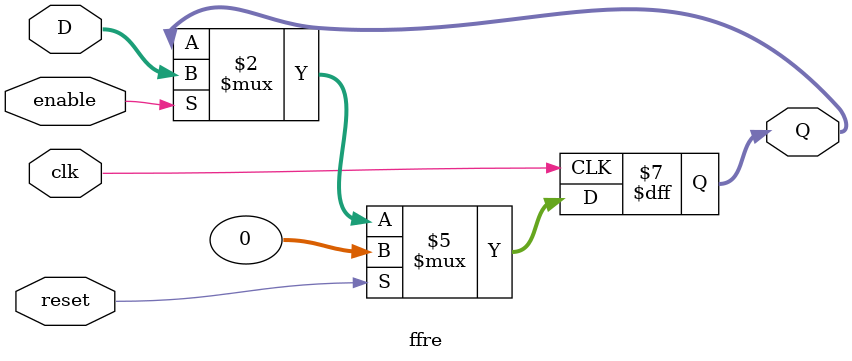
<source format=v>
/* Synchronous Resettable D-FlipFlop
 * Author: Tobias Minn, 29.08.2016   
 * 
*/ 

module ffre #(parameter WIDTH=32, parameter RESET_VALUE=32'h0)(
        input [WIDTH-1:0] D,
        input clk,
        input reset,
        input enable,
        output reg [WIDTH-1:0] Q    );
        
        always @ (posedge clk)
        begin
            if(reset)
                Q <= RESET_VALUE;
            else if(enable)
                Q <= D;
        end
endmodule
</source>
